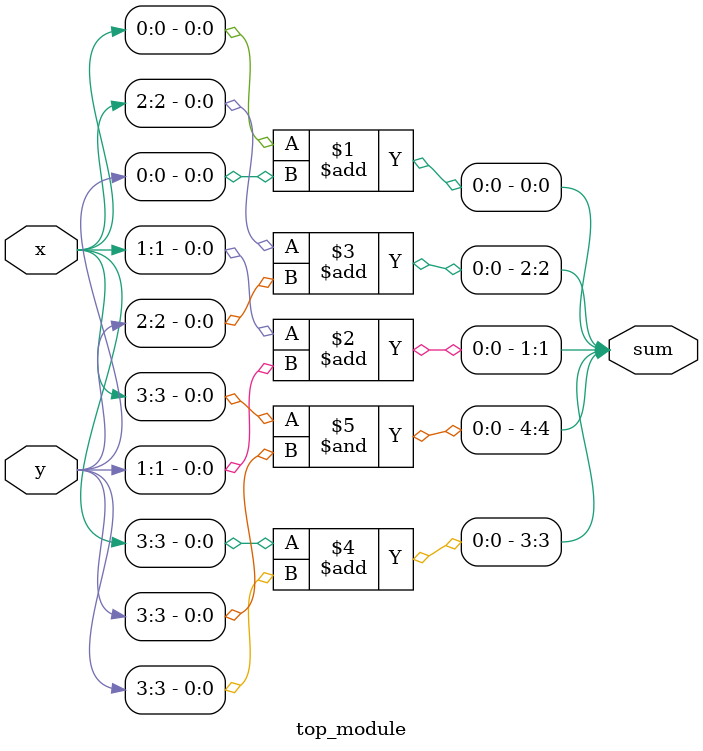
<source format=sv>
module top_module (
	input [3:0] x,
	input [3:0] y,
	output [4:0] sum
);
	assign sum[0] = x[0] + y[0];
	assign sum[1] = x[1] + y[1];
	assign sum[2] = x[2] + y[2];
	assign sum[3] = x[3] + y[3];
	assign sum[4] = x[3] & y[3];
endmodule

</source>
